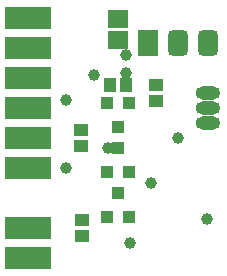
<source format=gts>
G04 Layer_Color=20142*
%FSLAX25Y25*%
%MOIN*%
G70*
G01*
G75*
%ADD27R,0.06502X0.06306*%
%ADD28R,0.03950X0.04343*%
%ADD29R,0.04934X0.04343*%
%ADD30R,0.04343X0.04934*%
%ADD31R,0.15200X0.07800*%
%ADD32R,0.06800X0.08800*%
G04:AMPARAMS|DCode=33|XSize=68mil|YSize=88mil|CornerRadius=19mil|HoleSize=0mil|Usage=FLASHONLY|Rotation=0.000|XOffset=0mil|YOffset=0mil|HoleType=Round|Shape=RoundedRectangle|*
%AMROUNDEDRECTD33*
21,1,0.06800,0.05000,0,0,0.0*
21,1,0.03000,0.08800,0,0,0.0*
1,1,0.03800,0.01500,-0.02500*
1,1,0.03800,-0.01500,-0.02500*
1,1,0.03800,-0.01500,0.02500*
1,1,0.03800,0.01500,0.02500*
%
%ADD33ROUNDEDRECTD33*%
%ADD34O,0.08274X0.04337*%
%ADD35O,0.08274X0.04337*%
%ADD36C,0.03950*%
D27*
X40000Y77457D02*
D03*
Y84543D02*
D03*
D28*
Y26437D02*
D03*
X43740Y18563D02*
D03*
X36260D02*
D03*
X40000Y41437D02*
D03*
X43740Y33563D02*
D03*
X36260D02*
D03*
X40000Y48563D02*
D03*
X36260Y56437D02*
D03*
X43740D02*
D03*
D29*
X28000Y12342D02*
D03*
Y17658D02*
D03*
X27500Y47657D02*
D03*
Y42342D02*
D03*
X52500Y62657D02*
D03*
Y57342D02*
D03*
D30*
X37343Y62500D02*
D03*
X42658D02*
D03*
D31*
X10000Y5000D02*
D03*
Y15000D02*
D03*
Y85000D02*
D03*
Y75000D02*
D03*
Y65000D02*
D03*
Y55000D02*
D03*
Y45000D02*
D03*
Y35000D02*
D03*
D32*
X50000Y76500D02*
D03*
D33*
X60000D02*
D03*
X70000D02*
D03*
D34*
Y60000D02*
D03*
Y50000D02*
D03*
D35*
Y55000D02*
D03*
D36*
X42500Y66500D02*
D03*
X32000Y66000D02*
D03*
X42500Y72500D02*
D03*
X36437Y41437D02*
D03*
X69500Y18000D02*
D03*
X44000Y10000D02*
D03*
X51000Y30000D02*
D03*
X60000Y45000D02*
D03*
X22500Y57500D02*
D03*
Y35000D02*
D03*
M02*

</source>
